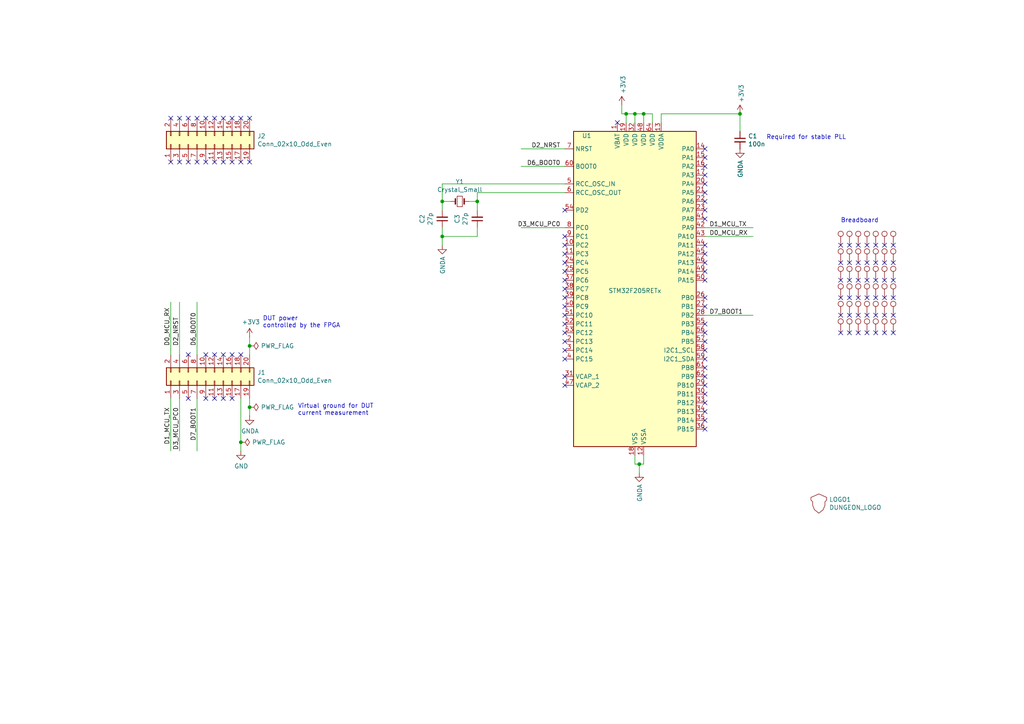
<source format=kicad_sch>
(kicad_sch (version 20250114) (generator "eeschema") (generator_version "9.0")
  (paper "A4")
  (title_block (title "Scaffold STM32F205 daughterboard") (date "2019-07-22") (company "LEDGER SAS") (comment 1 "Under LGPL v3 license"))
  (lib_symbols
    (symbol "Connector:TestPoint" (pin_numbers (hide yes)) (pin_names (offset 0.762) (hide yes))
      (property "Reference" "TP" (at 0 6.858 0))
      (property "Value" "TestPoint" (at 0 5.08 0))
      (symbol "TestPoint_0_1"
        (circle (center 0 3.302) (radius 0.762))
      )
      (symbol "TestPoint_1_1"
        (pin passive line (at 0 0 90) (length 2.54) (name "1") (number "1"))
      )
    )
    (symbol "Connector_Generic:Conn_02x10_Odd_Even" (pin_names (offset 1.016) (hide yes))
      (property "Reference" "J" (at 1.27 12.7 0))
      (property "Value" "Conn_02x10_Odd_Even" (at 1.27 -15.24 0))
      (symbol "Conn_02x10_Odd_Even_1_1"
        (rectangle (start -1.27 11.43) (end 3.81 -13.97) (stroke (width 0.254)) (fill (type background)))
        (rectangle (start -1.27 10.287) (end 0 10.033) (stroke (width 0.1524)))
        (rectangle (start -1.27 7.747) (end 0 7.493) (stroke (width 0.1524)))
        (rectangle (start -1.27 5.207) (end 0 4.953) (stroke (width 0.1524)))
        (rectangle (start -1.27 2.667) (end 0 2.413) (stroke (width 0.1524)))
        (rectangle (start -1.27 0.127) (end 0 -0.127) (stroke (width 0.1524)))
        (rectangle (start -1.27 -2.413) (end 0 -2.667) (stroke (width 0.1524)))
        (rectangle (start -1.27 -4.953) (end 0 -5.207) (stroke (width 0.1524)))
        (rectangle (start -1.27 -7.493) (end 0 -7.747) (stroke (width 0.1524)))
        (rectangle (start -1.27 -10.033) (end 0 -10.287) (stroke (width 0.1524)))
        (rectangle (start -1.27 -12.573) (end 0 -12.827) (stroke (width 0.1524)))
        (rectangle (start 3.81 10.287) (end 2.54 10.033) (stroke (width 0.1524)))
        (rectangle (start 3.81 7.747) (end 2.54 7.493) (stroke (width 0.1524)))
        (rectangle (start 3.81 5.207) (end 2.54 4.953) (stroke (width 0.1524)))
        (rectangle (start 3.81 2.667) (end 2.54 2.413) (stroke (width 0.1524)))
        (rectangle (start 3.81 0.127) (end 2.54 -0.127) (stroke (width 0.1524)))
        (rectangle (start 3.81 -2.413) (end 2.54 -2.667) (stroke (width 0.1524)))
        (rectangle (start 3.81 -4.953) (end 2.54 -5.207) (stroke (width 0.1524)))
        (rectangle (start 3.81 -7.493) (end 2.54 -7.747) (stroke (width 0.1524)))
        (rectangle (start 3.81 -10.033) (end 2.54 -10.287) (stroke (width 0.1524)))
        (rectangle (start 3.81 -12.573) (end 2.54 -12.827) (stroke (width 0.1524)))
        (pin passive line (at -5.08 10.16 0) (length 3.81) (name "Pin_1") (number "1"))
        (pin passive line (at -5.08 7.62 0) (length 3.81) (name "Pin_3") (number "3"))
        (pin passive line (at -5.08 5.08 0) (length 3.81) (name "Pin_5") (number "5"))
        (pin passive line (at -5.08 2.54 0) (length 3.81) (name "Pin_7") (number "7"))
        (pin passive line (at -5.08 0 0) (length 3.81) (name "Pin_9") (number "9"))
        (pin passive line (at -5.08 -2.54 0) (length 3.81) (name "Pin_11") (number "11"))
        (pin passive line (at -5.08 -5.08 0) (length 3.81) (name "Pin_13") (number "13"))
        (pin passive line (at -5.08 -7.62 0) (length 3.81) (name "Pin_15") (number "15"))
        (pin passive line (at -5.08 -10.16 0) (length 3.81) (name "Pin_17") (number "17"))
        (pin passive line (at -5.08 -12.7 0) (length 3.81) (name "Pin_19") (number "19"))
        (pin passive line (at 7.62 10.16 180) (length 3.81) (name "Pin_2") (number "2"))
        (pin passive line (at 7.62 7.62 180) (length 3.81) (name "Pin_4") (number "4"))
        (pin passive line (at 7.62 5.08 180) (length 3.81) (name "Pin_6") (number "6"))
        (pin passive line (at 7.62 2.54 180) (length 3.81) (name "Pin_8") (number "8"))
        (pin passive line (at 7.62 0 180) (length 3.81) (name "Pin_10") (number "10"))
        (pin passive line (at 7.62 -2.54 180) (length 3.81) (name "Pin_12") (number "12"))
        (pin passive line (at 7.62 -5.08 180) (length 3.81) (name "Pin_14") (number "14"))
        (pin passive line (at 7.62 -7.62 180) (length 3.81) (name "Pin_16") (number "16"))
        (pin passive line (at 7.62 -10.16 180) (length 3.81) (name "Pin_18") (number "18"))
        (pin passive line (at 7.62 -12.7 180) (length 3.81) (name "Pin_20") (number "20"))
      )
    )
    (symbol "Device:C_Small" (pin_numbers (hide yes)) (pin_names (offset 0.254) (hide yes))
      (property "Reference" "C" (at 0.254 1.778 0))
      (property "Value" "C_Small" (at 0.254 -2.032 0))
      (symbol "C_Small_0_1"
        (polyline (pts (xy -1.524 0.508) (xy 1.524 0.508)) (stroke (width 0.3048)))
        (polyline (pts (xy -1.524 -0.508) (xy 1.524 -0.508)) (stroke (width 0.3302)))
      )
      (symbol "C_Small_1_1"
        (pin passive line (at 0 2.54 270) (length 2.032) (name "~") (number "1"))
        (pin passive line (at 0 -2.54 90) (length 2.032) (name "~") (number "2"))
      )
    )
    (symbol "Device:Crystal_Small" (pin_numbers (hide yes)) (pin_names (offset 1.016) (hide yes))
      (property "Reference" "Y" (at 0 2.54 0))
      (property "Value" "Crystal_Small" (at 0 -2.54 0))
      (symbol "Crystal_Small_0_1"
        (polyline (pts (xy -1.27 -0.762) (xy -1.27 0.762)) (stroke (width 0.381)))
        (rectangle (start -0.762 -1.524) (end 0.762 1.524))
        (polyline (pts (xy 1.27 -0.762) (xy 1.27 0.762)) (stroke (width 0.381)))
      )
      (symbol "Crystal_Small_1_1"
        (pin passive line (at -2.54 0 0) (length 1.27) (name "1") (number "1"))
        (pin passive line (at 2.54 0 180) (length 1.27) (name "2") (number "2"))
      )
    )
    (symbol "MCU_ST_STM32F2:STM32F205RETx"
      (property "Reference" "U" (at -17.78 46.99 0))
      (property "Value" "STM32F205RETx" (at 10.16 46.99 0))
      (symbol "STM32F205RETx_0_1"
        (rectangle (start -17.78 -45.72) (end 17.78 45.72) (stroke (width 0.254)) (fill (type background)))
      )
      (symbol "STM32F205RETx_1_1"
        (pin input line (at -20.32 40.64 0) (length 2.54) (name "NRST") (number "7"))
        (pin input line (at -20.32 35.56 0) (length 2.54) (name "BOOT0") (number "60"))
        (pin bidirectional line (at -20.32 30.48 0) (length 2.54) (name "PH0") (number "5") (alternate "RCC_OSC_IN" bidirectional line))
        (pin bidirectional line (at -20.32 27.94 0) (length 2.54) (name "PH1") (number "6") (alternate "RCC_OSC_OUT" bidirectional line))
        (pin bidirectional line (at -20.32 22.86 0) (length 2.54) (name "PD2") (number "54"))
        (pin bidirectional line (at -20.32 17.78 0) (length 2.54) (name "PC0") (number "8"))
        (pin bidirectional line (at -20.32 15.24 0) (length 2.54) (name "PC1") (number "9"))
        (pin bidirectional line (at -20.32 12.7 0) (length 2.54) (name "PC2") (number "10"))
        (pin bidirectional line (at -20.32 10.16 0) (length 2.54) (name "PC3") (number "11"))
        (pin bidirectional line (at -20.32 7.62 0) (length 2.54) (name "PC4") (number "24"))
        (pin bidirectional line (at -20.32 5.08 0) (length 2.54) (name "PC5") (number "25"))
        (pin bidirectional line (at -20.32 2.54 0) (length 2.54) (name "PC6") (number "37"))
        (pin bidirectional line (at -20.32 0 0) (length 2.54) (name "PC7") (number "38"))
        (pin bidirectional line (at -20.32 -2.54 0) (length 2.54) (name "PC8") (number "39"))
        (pin bidirectional line (at -20.32 -5.08 0) (length 2.54) (name "PC9") (number "40"))
        (pin bidirectional line (at -20.32 -7.62 0) (length 2.54) (name "PC10") (number "51"))
        (pin bidirectional line (at -20.32 -10.16 0) (length 2.54) (name "PC11") (number "52"))
        (pin bidirectional line (at -20.32 -12.7 0) (length 2.54) (name "PC12") (number "53"))
        (pin bidirectional line (at -20.32 -15.24 0) (length 2.54) (name "PC13") (number "2"))
        (pin bidirectional line (at -20.32 -17.78 0) (length 2.54) (name "PC14") (number "3"))
        (pin bidirectional line (at -20.32 -20.32 0) (length 2.54) (name "PC15") (number "4"))
        (pin power_out line (at -20.32 -25.4 0) (length 2.54) (name "VCAP_1") (number "31"))
        (pin power_out line (at -20.32 -27.94 0) (length 2.54) (name "VCAP_2") (number "47"))
        (pin power_in line (at -5.08 48.26 270) (length 2.54) (name "VBAT") (number "1"))
        (pin power_in line (at -2.54 48.26 270) (length 2.54) (name "VDD") (number "19"))
        (pin power_in line (at 0 48.26 270) (length 2.54) (name "VDD") (number "32"))
        (pin power_in line (at 0 -48.26 90) (length 2.54) (name "VSS") (number "18"))
        (pin passive line (at 0 -48.26 90) (length 2.54) (hide yes) (name "VSS") (number "63"))
        (pin power_in line (at 2.54 48.26 270) (length 2.54) (name "VDD") (number "48"))
        (pin power_in line (at 2.54 -48.26 90) (length 2.54) (name "VSSA") (number "12"))
        (pin power_in line (at 5.08 48.26 270) (length 2.54) (name "VDD") (number "64"))
        (pin power_in line (at 7.62 48.26 270) (length 2.54) (name "VDDA") (number "13"))
        (pin bidirectional line (at 20.32 40.64 180) (length 2.54) (name "PA0") (number "14"))
        (pin bidirectional line (at 20.32 38.1 180) (length 2.54) (name "PA1") (number "15"))
        (pin bidirectional line (at 20.32 35.56 180) (length 2.54) (name "PA2") (number "16"))
        (pin bidirectional line (at 20.32 33.02 180) (length 2.54) (name "PA3") (number "17"))
        (pin bidirectional line (at 20.32 30.48 180) (length 2.54) (name "PA4") (number "20"))
        (pin bidirectional line (at 20.32 27.94 180) (length 2.54) (name "PA5") (number "21"))
        (pin bidirectional line (at 20.32 25.4 180) (length 2.54) (name "PA6") (number "22"))
        (pin bidirectional line (at 20.32 22.86 180) (length 2.54) (name "PA7") (number "23"))
        (pin bidirectional line (at 20.32 20.32 180) (length 2.54) (name "PA8") (number "41"))
        (pin bidirectional line (at 20.32 17.78 180) (length 2.54) (name "PA9") (number "42"))
        (pin bidirectional line (at 20.32 15.24 180) (length 2.54) (name "PA10") (number "43"))
        (pin bidirectional line (at 20.32 12.7 180) (length 2.54) (name "PA11") (number "44"))
        (pin bidirectional line (at 20.32 10.16 180) (length 2.54) (name "PA12") (number "45"))
        (pin bidirectional line (at 20.32 7.62 180) (length 2.54) (name "PA13") (number "46"))
        (pin bidirectional line (at 20.32 5.08 180) (length 2.54) (name "PA14") (number "49"))
        (pin bidirectional line (at 20.32 2.54 180) (length 2.54) (name "PA15") (number "50"))
        (pin bidirectional line (at 20.32 -2.54 180) (length 2.54) (name "PB0") (number "26"))
        (pin bidirectional line (at 20.32 -5.08 180) (length 2.54) (name "PB1") (number "27"))
        (pin bidirectional line (at 20.32 -7.62 180) (length 2.54) (name "PB2") (number "28"))
        (pin bidirectional line (at 20.32 -10.16 180) (length 2.54) (name "PB3") (number "55"))
        (pin bidirectional line (at 20.32 -12.7 180) (length 2.54) (name "PB4") (number "56"))
        (pin bidirectional line (at 20.32 -15.24 180) (length 2.54) (name "PB5") (number "57"))
        (pin bidirectional line (at 20.32 -17.78 180) (length 2.54) (name "PB6") (number "58") (alternate "I2C1_SCL" bidirectional line))
        (pin bidirectional line (at 20.32 -20.32 180) (length 2.54) (name "PB7") (number "59") (alternate "I2C1_SDA" bidirectional line))
        (pin bidirectional line (at 20.32 -22.86 180) (length 2.54) (name "PB8") (number "61") (alternate "I2C1_SCL" bidirectional line))
        (pin bidirectional line (at 20.32 -25.4 180) (length 2.54) (name "PB9") (number "62") (alternate "I2C1_SDA" bidirectional line))
        (pin bidirectional line (at 20.32 -27.94 180) (length 2.54) (name "PB10") (number "29"))
        (pin bidirectional line (at 20.32 -30.48 180) (length 2.54) (name "PB11") (number "30"))
        (pin bidirectional line (at 20.32 -33.02 180) (length 2.54) (name "PB12") (number "33"))
        (pin bidirectional line (at 20.32 -35.56 180) (length 2.54) (name "PB13") (number "34"))
        (pin bidirectional line (at 20.32 -38.1 180) (length 2.54) (name "PB14") (number "35"))
        (pin bidirectional line (at 20.32 -40.64 180) (length 2.54) (name "PB15") (number "36"))
      )
    )
    (symbol "mylib:DUNGEON_LOGO" (pin_names (offset 1.016))
      (property "Reference" "LOGO" (at 0 0 0))
      (property "Value" "mylib_DUNGEON_LOGO" (at 0 0 0))
      (symbol "DUNGEON_LOGO_0_1"
        (polyline (pts (xy 0 2.794) (xy 2.286 1.778) (xy 2.286 1.016) (xy 1.778 0.508) (xy 1.778 -0.508) (xy 1.27 -1.778) (xy 0 -2.794) (xy -1.27 -1.778) (xy -1.778 -0.508) (xy -1.778 0.508) (xy -2.286 1.016) (xy -2.286 1.778) (xy 0 2.794)))
      )
    )
    (symbol "power:+3V3" (power) (pin_numbers (hide yes)) (pin_names (offset 0) (hide yes))
      (property "Value" "+3V3" (at 0 3.556 0))
      (symbol "+3V3_0_1"
        (polyline (pts (xy -0.762 1.27) (xy 0 2.54)))
        (polyline (pts (xy 0 2.54) (xy 0.762 1.27)))
        (polyline (pts (xy 0 0) (xy 0 2.54)))
      )
      (symbol "+3V3_1_1"
        (pin power_in line (at 0 0 90) (length 0) (name "~") (number "1"))
      )
    )
    (symbol "power:GND" (power) (pin_numbers (hide yes)) (pin_names (offset 0) (hide yes))
      (property "Value" "GND" (at 0 -3.81 0))
      (symbol "GND_0_1"
        (polyline (pts (xy 0 0) (xy 0 -1.27) (xy 1.27 -1.27) (xy 0 -2.54) (xy -1.27 -1.27) (xy 0 -1.27)))
      )
      (symbol "GND_1_1"
        (pin power_in line (at 0 0 270) (length 0) (name "~") (number "1"))
      )
    )
    (symbol "power:GNDA" (power) (pin_numbers (hide yes)) (pin_names (offset 0) (hide yes))
      (property "Value" "GNDA" (at 0 -3.81 0))
      (symbol "GNDA_0_1"
        (polyline (pts (xy 0 0) (xy 0 -1.27) (xy 1.27 -1.27) (xy 0 -2.54) (xy -1.27 -1.27) (xy 0 -1.27)))
      )
      (symbol "GNDA_1_1"
        (pin power_in line (at 0 0 270) (length 0) (name "~") (number "1"))
      )
    )
    (symbol "power:PWR_FLAG" (power) (pin_numbers (hide yes)) (pin_names (offset 0) (hide yes))
      (property "Value" "PWR_FLAG" (at 0 3.81 0))
      (symbol "PWR_FLAG_0_0"
        (pin power_out line (at 0 0 90) (length 0) (name "~") (number "1"))
      )
      (symbol "PWR_FLAG_0_1"
        (polyline (pts (xy 0 0) (xy 0 1.27) (xy -1.016 1.905) (xy 0 2.54) (xy 1.016 1.905) (xy 0 1.27)))
      )
    )
  )
  (text "Breadboard" (at 243.84 64.77 0) (effects (font (size 1.27 1.27)) (justify left bottom)))
  (text "Virtual ground for DUT\ncurrent measurement" (at 86.36 120.65 0) (effects (font (size 1.27 1.27)) (justify left bottom)))
  (text "Required for stable PLL" (at 222.25 40.64 0) (effects (font (size 1.27 1.27)) (justify left bottom)))
  (text "DUT power\ncontrolled by the FPGA" (at 76.2 95.25 0) (effects (font (size 1.27 1.27)) (justify left bottom)))
  (junction (at 185.42 134.62))
  (junction (at 128.27 58.42))
  (junction (at 128.27 68.58))
  (junction (at 214.63 33.02))
  (junction (at 181.61 33.02))
  (junction (at 72.39 118.11))
  (junction (at 186.69 33.02))
  (junction (at 184.15 33.02))
  (junction (at 138.43 58.42))
  (junction (at 72.39 100.33))
  (junction (at 69.85 128.27))
  (no_connect (at 57.15 34.29))
  (no_connect (at 204.47 109.22))
  (no_connect (at 204.47 81.28))
  (no_connect (at 256.54 86.36))
  (no_connect (at 69.85 102.87))
  (no_connect (at 69.85 34.29))
  (no_connect (at 62.23 102.87))
  (no_connect (at 163.83 109.22))
  (no_connect (at 204.47 93.98))
  (no_connect (at 251.46 76.2))
  (no_connect (at 254 71.12))
  (no_connect (at 204.47 55.88))
  (no_connect (at 163.83 73.66))
  (no_connect (at 204.47 50.8))
  (no_connect (at 256.54 76.2))
  (no_connect (at 54.61 46.99))
  (no_connect (at 246.38 96.52))
  (no_connect (at 163.83 88.9))
  (no_connect (at 246.38 81.28))
  (no_connect (at 204.47 124.46))
  (no_connect (at 204.47 96.52))
  (no_connect (at 59.69 34.29))
  (no_connect (at 163.83 91.44))
  (no_connect (at 67.31 34.29))
  (no_connect (at 256.54 91.44))
  (no_connect (at 72.39 34.29))
  (no_connect (at 204.47 73.66))
  (no_connect (at 248.92 96.52))
  (no_connect (at 62.23 46.99))
  (no_connect (at 204.47 104.14))
  (no_connect (at 49.53 34.29))
  (no_connect (at 67.31 46.99))
  (no_connect (at 243.84 71.12))
  (no_connect (at 52.07 46.99))
  (no_connect (at 64.77 34.29))
  (no_connect (at 204.47 71.12))
  (no_connect (at 251.46 86.36))
  (no_connect (at 243.84 86.36))
  (no_connect (at 204.47 119.38))
  (no_connect (at 64.77 102.87))
  (no_connect (at 204.47 60.96))
  (no_connect (at 243.84 76.2))
  (no_connect (at 243.84 96.52))
  (no_connect (at 72.39 46.99))
  (no_connect (at 57.15 46.99))
  (no_connect (at 259.08 86.36))
  (no_connect (at 251.46 71.12))
  (no_connect (at 69.85 46.99))
  (no_connect (at 204.47 121.92))
  (no_connect (at 64.77 115.57))
  (no_connect (at 246.38 86.36))
  (no_connect (at 49.53 46.99))
  (no_connect (at 54.61 115.57))
  (no_connect (at 163.83 71.12))
  (no_connect (at 54.61 34.29))
  (no_connect (at 163.83 68.58))
  (no_connect (at 204.47 76.2))
  (no_connect (at 163.83 111.76))
  (no_connect (at 163.83 96.52))
  (no_connect (at 67.31 102.87))
  (no_connect (at 54.61 102.87))
  (no_connect (at 248.92 91.44))
  (no_connect (at 163.83 86.36))
  (no_connect (at 204.47 63.5))
  (no_connect (at 163.83 60.96))
  (no_connect (at 259.08 91.44))
  (no_connect (at 204.47 45.72))
  (no_connect (at 256.54 81.28))
  (no_connect (at 259.08 71.12))
  (no_connect (at 204.47 111.76))
  (no_connect (at 204.47 78.74))
  (no_connect (at 59.69 115.57))
  (no_connect (at 251.46 96.52))
  (no_connect (at 163.83 93.98))
  (no_connect (at 163.83 76.2))
  (no_connect (at 204.47 106.68))
  (no_connect (at 243.84 81.28))
  (no_connect (at 246.38 91.44))
  (no_connect (at 59.69 46.99))
  (no_connect (at 256.54 96.52))
  (no_connect (at 62.23 34.29))
  (no_connect (at 163.83 78.74))
  (no_connect (at 204.47 43.18))
  (no_connect (at 254 76.2))
  (no_connect (at 246.38 76.2))
  (no_connect (at 204.47 86.36))
  (no_connect (at 204.47 99.06))
  (no_connect (at 251.46 91.44))
  (no_connect (at 248.92 81.28))
  (no_connect (at 251.46 81.28))
  (no_connect (at 246.38 71.12))
  (no_connect (at 259.08 96.52))
  (no_connect (at 179.07 35.56))
  (no_connect (at 62.23 115.57))
  (no_connect (at 259.08 76.2))
  (no_connect (at 64.77 46.99))
  (no_connect (at 59.69 102.87))
  (no_connect (at 204.47 88.9))
  (no_connect (at 254 96.52))
  (no_connect (at 248.92 71.12))
  (no_connect (at 163.83 99.06))
  (no_connect (at 163.83 81.28))
  (no_connect (at 204.47 48.26))
  (no_connect (at 163.83 101.6))
  (no_connect (at 204.47 114.3))
  (no_connect (at 248.92 76.2))
  (no_connect (at 204.47 53.34))
  (no_connect (at 204.47 116.84))
  (no_connect (at 204.47 101.6))
  (no_connect (at 52.07 34.29))
  (no_connect (at 248.92 86.36))
  (no_connect (at 67.31 115.57))
  (no_connect (at 163.83 104.14))
  (no_connect (at 204.47 58.42))
  (no_connect (at 243.84 91.44))
  (no_connect (at 259.08 81.28))
  (no_connect (at 254 86.36))
  (no_connect (at 254 91.44))
  (no_connect (at 256.54 71.12))
  (no_connect (at 254 81.28))
  (no_connect (at 163.83 83.82))
  (wire (pts (xy 181.61 33.02) (xy 180.34 33.02)))
  (wire (pts (xy 138.43 68.58) (xy 128.27 68.58)))
  (wire (pts (xy 204.47 68.58) (xy 218.44 68.58)))
  (wire (pts (xy 180.34 33.02) (xy 180.34 30.48)))
  (wire (pts (xy 181.61 33.02) (xy 181.61 35.56)))
  (wire (pts (xy 185.42 134.62) (xy 185.42 137.16)))
  (wire (pts (xy 186.69 35.56) (xy 186.69 33.02)))
  (wire (pts (xy 138.43 58.42) (xy 135.89 58.42)))
  (wire (pts (xy 184.15 33.02) (xy 186.69 33.02)))
  (wire (pts (xy 151.13 43.18) (xy 163.83 43.18)))
  (wire (pts (xy 72.39 118.11) (xy 72.39 120.65)))
  (wire (pts (xy 52.07 102.87) (xy 52.07 87.63)))
  (wire (pts (xy 184.15 35.56) (xy 184.15 33.02)))
  (wire (pts (xy 181.61 33.02) (xy 184.15 33.02)))
  (wire (pts (xy 128.27 66.04) (xy 128.27 68.58)))
  (wire (pts (xy 128.27 58.42) (xy 130.81 58.42)))
  (wire (pts (xy 138.43 55.88) (xy 138.43 58.42)))
  (wire (pts (xy 69.85 130.81) (xy 69.85 128.27)))
  (wire (pts (xy 72.39 100.33) (xy 72.39 102.87)))
  (wire (pts (xy 204.47 66.04) (xy 218.44 66.04)))
  (wire (pts (xy 151.13 66.04) (xy 163.83 66.04)))
  (wire (pts (xy 214.63 33.02) (xy 214.63 38.1)))
  (wire (pts (xy 52.07 115.57) (xy 52.07 130.81)))
  (wire (pts (xy 191.77 33.02) (xy 214.63 33.02)))
  (wire (pts (xy 57.15 102.87) (xy 57.15 87.63)))
  (wire (pts (xy 128.27 68.58) (xy 128.27 71.12)))
  (wire (pts (xy 128.27 53.34) (xy 163.83 53.34)))
  (wire (pts (xy 72.39 115.57) (xy 72.39 118.11)))
  (wire (pts (xy 69.85 128.27) (xy 69.85 115.57)))
  (wire (pts (xy 189.23 33.02) (xy 186.69 33.02)))
  (wire (pts (xy 57.15 115.57) (xy 57.15 130.81)))
  (wire (pts (xy 186.69 134.62) (xy 185.42 134.62)))
  (wire (pts (xy 204.47 91.44) (xy 218.44 91.44)))
  (wire (pts (xy 138.43 66.04) (xy 138.43 68.58)))
  (wire (pts (xy 151.13 48.26) (xy 163.83 48.26)))
  (wire (pts (xy 49.53 115.57) (xy 49.53 130.81)))
  (wire (pts (xy 138.43 60.96) (xy 138.43 58.42)))
  (wire (pts (xy 191.77 33.02) (xy 191.77 35.56)))
  (wire (pts (xy 128.27 60.96) (xy 128.27 58.42)))
  (wire (pts (xy 186.69 134.62) (xy 186.69 132.08)))
  (wire (pts (xy 189.23 33.02) (xy 189.23 35.56)))
  (wire (pts (xy 184.15 134.62) (xy 185.42 134.62)))
  (wire (pts (xy 138.43 55.88) (xy 163.83 55.88)))
  (wire (pts (xy 49.53 102.87) (xy 49.53 87.63)))
  (wire (pts (xy 72.39 97.79) (xy 72.39 100.33)))
  (wire (pts (xy 184.15 132.08) (xy 184.15 134.62)))
  (wire (pts (xy 128.27 53.34) (xy 128.27 58.42)))
  (label "D3_MCU_PC0" (at 52.07 118.11 270))
  (label "D7_BOOT1" (at 57.15 118.11 270))
  (label "D1_MCU_TX" (at 49.53 118.11 270))
  (label "D0_MCU_RX" (at 49.53 100.33 90))
  (label "D2_NRST" (at 52.07 100.33 90))
  (label "D0_MCU_RX" (at 205.74 68.58 0))
  (label "D3_MCU_PC0" (at 162.56 66.04 180))
  (label "D7_BOOT1" (at 205.74 91.44 0))
  (label "D6_BOOT0" (at 162.56 48.26 180))
  (label "D6_BOOT0" (at 57.15 100.33 90))
  (label "D1_MCU_TX" (at 205.74 66.04 0))
  (label "D2_NRST" (at 162.56 43.18 180))
  (symbol (lib_id "MCU_ST_STM32F2:STM32F205RETx") (at 184.15 83.82 0) (unit 1)
    (property "Reference" "U1" (at 170.18 39.37 0))
    (property "Value" "STM32F205RETx" (at 184.15 84.328 0))
    (property "Footprint" "mykicadlibs:ALLSOCKET-QFP64" (effects (hide yes)))
    (property "Datasheet" "http://www.st.com/st-web-ui/static/active/en/resource/technical/document/datasheet/CD00237391.pdf" (effects (hide yes)))
    (pin "58" (alternate "I2C1_SCL"))
    (pin "59" (alternate "I2C1_SDA"))
    (pin "5" (alternate "RCC_OSC_IN"))
    (pin "6" (alternate "RCC_OSC_OUT"))
  )
  (symbol (lib_id "power:+3V3") (at 180.34 30.48 0) (unit 1)
    (property "Reference" "#PWR0107" (effects (hide yes)))
    (property "Value" "+3V3" (at 180.721 27.2288 90) (effects (justify left)))
  )
  (symbol (lib_id "power:GNDA") (at 185.42 137.16 0) (unit 1)
    (property "Reference" "#PWR0108" (effects (hide yes)))
    (property "Value" "GNDA" (at 185.547 140.3858 90) (effects (justify right)))
  )
  (symbol (lib_id "power:+3V3") (at 214.63 33.02 0) (unit 1)
    (property "Reference" "#PWR0109" (effects (hide yes)))
    (property "Value" "+3V3" (at 215.011 29.7688 90) (effects (justify left)))
  )
  (symbol (lib_id "Device:C_Small") (at 214.63 40.64 0) (unit 1)
    (property "Reference" "C1" (at 216.9668 39.4716 0) (effects (justify left)))
    (property "Value" "100n" (at 216.9668 41.783 0) (effects (justify left)))
    (property "Footprint" "Capacitor_SMD:C_0805_2012Metric" (effects (hide yes)))
  )
  (symbol (lib_id "power:GNDA") (at 214.63 43.18 0) (unit 1)
    (property "Reference" "#PWR0110" (effects (hide yes)))
    (property "Value" "GNDA" (at 214.757 46.4058 90) (effects (justify right)))
  )
  (symbol (lib_id "Device:Crystal_Small") (at 133.35 58.42 0) (unit 1)
    (property "Reference" "Y1" (at 133.35 52.705 0))
    (property "Value" "Crystal_Small" (at 133.35 55.0164 0))
    (property "Footprint" "Crystal:Crystal_HC18-U_Vertical" (effects (hide yes)))
  )
  (symbol (lib_id "Device:C_Small") (at 128.27 63.5 180) (unit 1)
    (property "Reference" "C2" (at 122.4534 63.5 90))
    (property "Value" "27p" (at 124.7648 63.5 90))
    (property "Footprint" "Capacitor_SMD:C_0805_2012Metric" (effects (hide yes)))
  )
  (symbol (lib_id "Device:C_Small") (at 138.43 63.5 180) (unit 1)
    (property "Reference" "C3" (at 132.6134 63.5 90))
    (property "Value" "27p" (at 134.9248 63.5 90))
    (property "Footprint" "Capacitor_SMD:C_0805_2012Metric" (effects (hide yes)))
  )
  (symbol (lib_id "power:GNDA") (at 128.27 71.12 0) (unit 1)
    (property "Reference" "#PWR0111" (effects (hide yes)))
    (property "Value" "GNDA" (at 128.397 74.3458 90) (effects (justify right)))
  )
  (symbol (lib_id "mylib:DUNGEON_LOGO") (at 237.49 146.05 0) (unit 1)
    (property "Reference" "LOGO1" (at 240.4872 144.8816 0) (effects (justify left)))
    (property "Value" "DUNGEON_LOGO" (at 240.4872 147.193 0) (effects (justify left)))
    (property "Footprint" "mykicadlibs:donjon-2000" (effects (hide yes)))
  )
  (symbol (lib_id "Connector_Generic:Conn_02x10_Odd_Even") (at 59.69 110.49 90) (unit 1)
    (property "Reference" "J1" (at 74.6252 108.0516 90) (effects (justify right)))
    (property "Value" "Conn_02x10_Odd_Even" (at 74.6252 110.363 90) (effects (justify right)))
    (property "Footprint" "Connector_PinSocket_2.54mm:PinSocket_2x10_P2.54mm_Vertical" (effects (hide yes)))
  )
  (symbol (lib_id "Connector_Generic:Conn_02x10_Odd_Even") (at 59.69 41.91 90) (unit 1)
    (property "Reference" "J2" (at 74.6252 39.4716 90) (effects (justify right)))
    (property "Value" "Conn_02x10_Odd_Even" (at 74.6252 41.783 90) (effects (justify right)))
    (property "Footprint" "Connector_PinSocket_2.54mm:PinSocket_2x10_P2.54mm_Vertical" (effects (hide yes)))
  )
  (symbol (lib_id "power:+3V3") (at 72.39 97.79 0) (unit 1)
    (property "Reference" "#PWR0101" (effects (hide yes)))
    (property "Value" "+3V3" (at 72.771 93.3958 0))
  )
  (symbol (lib_id "power:GNDA") (at 72.39 120.65 0) (unit 1)
    (property "Reference" "#PWR0102" (effects (hide yes)))
    (property "Value" "GNDA" (at 72.517 125.0442 0))
  )
  (symbol (lib_id "power:GND") (at 69.85 130.81 0) (unit 1)
    (property "Reference" "#PWR0103" (effects (hide yes)))
    (property "Value" "GND" (at 69.977 135.2042 0))
  )
  (symbol (lib_id "Connector:TestPoint") (at 243.84 71.12 0) (unit 1)
    (property "Reference" "TP1" (effects (hide yes)))
    (property "Value" "TestPoint" (effects (hide yes)))
    (property "Footprint" "mykicadlibs:TEST_BREADBOARD_RECTANGULAR" (effects (hide yes)))
  )
  (symbol (lib_id "Connector:TestPoint") (at 246.38 71.12 0) (unit 1)
    (property "Reference" "TP7" (effects (hide yes)))
    (property "Value" "TestPoint" (effects (hide yes)))
    (property "Footprint" "mykicadlibs:TEST_BREADBOARD_RECTANGULAR" (effects (hide yes)))
  )
  (symbol (lib_id "Connector:TestPoint") (at 248.92 71.12 0) (unit 1)
    (property "Reference" "TP13" (effects (hide yes)))
    (property "Value" "TestPoint" (effects (hide yes)))
    (property "Footprint" "mykicadlibs:TEST_BREADBOARD_RECTANGULAR" (effects (hide yes)))
  )
  (symbol (lib_id "Connector:TestPoint") (at 251.46 71.12 0) (unit 1)
    (property "Reference" "TP19" (effects (hide yes)))
    (property "Value" "TestPoint" (effects (hide yes)))
    (property "Footprint" "mykicadlibs:TEST_BREADBOARD_RECTANGULAR" (effects (hide yes)))
  )
  (symbol (lib_id "Connector:TestPoint") (at 254 71.12 0) (unit 1)
    (property "Reference" "TP25" (effects (hide yes)))
    (property "Value" "TestPoint" (effects (hide yes)))
    (property "Footprint" "mykicadlibs:TEST_BREADBOARD_RECTANGULAR" (effects (hide yes)))
  )
  (symbol (lib_id "Connector:TestPoint") (at 256.54 71.12 0) (unit 1)
    (property "Reference" "TP31" (effects (hide yes)))
    (property "Value" "TestPoint" (effects (hide yes)))
    (property "Footprint" "mykicadlibs:TEST_BREADBOARD_RECTANGULAR" (effects (hide yes)))
  )
  (symbol (lib_id "Connector:TestPoint") (at 259.08 71.12 0) (unit 1)
    (property "Reference" "TP37" (effects (hide yes)))
    (property "Value" "TestPoint" (effects (hide yes)))
    (property "Footprint" "mykicadlibs:TEST_BREADBOARD_RECTANGULAR" (effects (hide yes)))
  )
  (symbol (lib_id "Connector:TestPoint") (at 243.84 76.2 0) (unit 1)
    (property "Reference" "TP2" (effects (hide yes)))
    (property "Value" "TestPoint" (effects (hide yes)))
    (property "Footprint" "mykicadlibs:TEST_BREADBOARD_RECTANGULAR" (effects (hide yes)))
  )
  (symbol (lib_id "Connector:TestPoint") (at 246.38 76.2 0) (unit 1)
    (property "Reference" "TP8" (effects (hide yes)))
    (property "Value" "TestPoint" (effects (hide yes)))
    (property "Footprint" "mykicadlibs:TEST_BREADBOARD_RECTANGULAR" (effects (hide yes)))
  )
  (symbol (lib_id "Connector:TestPoint") (at 248.92 76.2 0) (unit 1)
    (property "Reference" "TP14" (effects (hide yes)))
    (property "Value" "TestPoint" (effects (hide yes)))
    (property "Footprint" "mykicadlibs:TEST_BREADBOARD_RECTANGULAR" (effects (hide yes)))
  )
  (symbol (lib_id "Connector:TestPoint") (at 251.46 76.2 0) (unit 1)
    (property "Reference" "TP20" (effects (hide yes)))
    (property "Value" "TestPoint" (effects (hide yes)))
    (property "Footprint" "mykicadlibs:TEST_BREADBOARD_RECTANGULAR" (effects (hide yes)))
  )
  (symbol (lib_id "Connector:TestPoint") (at 254 76.2 0) (unit 1)
    (property "Reference" "TP26" (effects (hide yes)))
    (property "Value" "TestPoint" (effects (hide yes)))
    (property "Footprint" "mykicadlibs:TEST_BREADBOARD_RECTANGULAR" (effects (hide yes)))
  )
  (symbol (lib_id "Connector:TestPoint") (at 256.54 76.2 0) (unit 1)
    (property "Reference" "TP32" (effects (hide yes)))
    (property "Value" "TestPoint" (effects (hide yes)))
    (property "Footprint" "mykicadlibs:TEST_BREADBOARD_RECTANGULAR" (effects (hide yes)))
  )
  (symbol (lib_id "Connector:TestPoint") (at 259.08 76.2 0) (unit 1)
    (property "Reference" "TP38" (effects (hide yes)))
    (property "Value" "TestPoint" (effects (hide yes)))
    (property "Footprint" "mykicadlibs:TEST_BREADBOARD_RECTANGULAR" (effects (hide yes)))
  )
  (symbol (lib_id "Connector:TestPoint") (at 243.84 81.28 0) (unit 1)
    (property "Reference" "TP3" (effects (hide yes)))
    (property "Value" "TestPoint" (effects (hide yes)))
    (property "Footprint" "mykicadlibs:TEST_BREADBOARD_RECTANGULAR" (effects (hide yes)))
  )
  (symbol (lib_id "Connector:TestPoint") (at 246.38 81.28 0) (unit 1)
    (property "Reference" "TP9" (effects (hide yes)))
    (property "Value" "TestPoint" (effects (hide yes)))
    (property "Footprint" "mykicadlibs:TEST_BREADBOARD_RECTANGULAR" (effects (hide yes)))
  )
  (symbol (lib_id "Connector:TestPoint") (at 248.92 81.28 0) (unit 1)
    (property "Reference" "TP15" (effects (hide yes)))
    (property "Value" "TestPoint" (effects (hide yes)))
    (property "Footprint" "mykicadlibs:TEST_BREADBOARD_RECTANGULAR" (effects (hide yes)))
  )
  (symbol (lib_id "Connector:TestPoint") (at 251.46 81.28 0) (unit 1)
    (property "Reference" "TP21" (effects (hide yes)))
    (property "Value" "TestPoint" (effects (hide yes)))
    (property "Footprint" "mykicadlibs:TEST_BREADBOARD_RECTANGULAR" (effects (hide yes)))
  )
  (symbol (lib_id "Connector:TestPoint") (at 254 81.28 0) (unit 1)
    (property "Reference" "TP27" (effects (hide yes)))
    (property "Value" "TestPoint" (effects (hide yes)))
    (property "Footprint" "mykicadlibs:TEST_BREADBOARD_RECTANGULAR" (effects (hide yes)))
  )
  (symbol (lib_id "Connector:TestPoint") (at 256.54 81.28 0) (unit 1)
    (property "Reference" "TP33" (effects (hide yes)))
    (property "Value" "TestPoint" (effects (hide yes)))
    (property "Footprint" "mykicadlibs:TEST_BREADBOARD_RECTANGULAR" (effects (hide yes)))
  )
  (symbol (lib_id "Connector:TestPoint") (at 259.08 81.28 0) (unit 1)
    (property "Reference" "TP39" (effects (hide yes)))
    (property "Value" "TestPoint" (effects (hide yes)))
    (property "Footprint" "mykicadlibs:TEST_BREADBOARD_RECTANGULAR" (effects (hide yes)))
  )
  (symbol (lib_id "Connector:TestPoint") (at 243.84 86.36 0) (unit 1)
    (property "Reference" "TP4" (effects (hide yes)))
    (property "Value" "TestPoint" (effects (hide yes)))
    (property "Footprint" "mykicadlibs:TEST_BREADBOARD_RECTANGULAR" (effects (hide yes)))
  )
  (symbol (lib_id "Connector:TestPoint") (at 246.38 86.36 0) (unit 1)
    (property "Reference" "TP10" (effects (hide yes)))
    (property "Value" "TestPoint" (effects (hide yes)))
    (property "Footprint" "mykicadlibs:TEST_BREADBOARD_RECTANGULAR" (effects (hide yes)))
  )
  (symbol (lib_id "Connector:TestPoint") (at 248.92 86.36 0) (unit 1)
    (property "Reference" "TP16" (effects (hide yes)))
    (property "Value" "TestPoint" (effects (hide yes)))
    (property "Footprint" "mykicadlibs:TEST_BREADBOARD_RECTANGULAR" (effects (hide yes)))
  )
  (symbol (lib_id "Connector:TestPoint") (at 251.46 86.36 0) (unit 1)
    (property "Reference" "TP22" (effects (hide yes)))
    (property "Value" "TestPoint" (effects (hide yes)))
    (property "Footprint" "mykicadlibs:TEST_BREADBOARD_RECTANGULAR" (effects (hide yes)))
  )
  (symbol (lib_id "Connector:TestPoint") (at 254 86.36 0) (unit 1)
    (property "Reference" "TP28" (effects (hide yes)))
    (property "Value" "TestPoint" (effects (hide yes)))
    (property "Footprint" "mykicadlibs:TEST_BREADBOARD_RECTANGULAR" (effects (hide yes)))
  )
  (symbol (lib_id "Connector:TestPoint") (at 256.54 86.36 0) (unit 1)
    (property "Reference" "TP34" (effects (hide yes)))
    (property "Value" "TestPoint" (effects (hide yes)))
    (property "Footprint" "mykicadlibs:TEST_BREADBOARD_RECTANGULAR" (effects (hide yes)))
  )
  (symbol (lib_id "Connector:TestPoint") (at 259.08 86.36 0) (unit 1)
    (property "Reference" "TP40" (effects (hide yes)))
    (property "Value" "TestPoint" (effects (hide yes)))
    (property "Footprint" "mykicadlibs:TEST_BREADBOARD_RECTANGULAR" (effects (hide yes)))
  )
  (symbol (lib_id "Connector:TestPoint") (at 243.84 91.44 0) (unit 1)
    (property "Reference" "TP5" (effects (hide yes)))
    (property "Value" "TestPoint" (effects (hide yes)))
    (property "Footprint" "mykicadlibs:TEST_BREADBOARD_RECTANGULAR" (effects (hide yes)))
  )
  (symbol (lib_id "Connector:TestPoint") (at 246.38 91.44 0) (unit 1)
    (property "Reference" "TP11" (effects (hide yes)))
    (property "Value" "TestPoint" (effects (hide yes)))
    (property "Footprint" "mykicadlibs:TEST_BREADBOARD_RECTANGULAR" (effects (hide yes)))
  )
  (symbol (lib_id "Connector:TestPoint") (at 248.92 91.44 0) (unit 1)
    (property "Reference" "TP17" (effects (hide yes)))
    (property "Value" "TestPoint" (effects (hide yes)))
    (property "Footprint" "mykicadlibs:TEST_BREADBOARD_RECTANGULAR" (effects (hide yes)))
  )
  (symbol (lib_id "Connector:TestPoint") (at 251.46 91.44 0) (unit 1)
    (property "Reference" "TP23" (effects (hide yes)))
    (property "Value" "TestPoint" (effects (hide yes)))
    (property "Footprint" "mykicadlibs:TEST_BREADBOARD_RECTANGULAR" (effects (hide yes)))
  )
  (symbol (lib_id "Connector:TestPoint") (at 254 91.44 0) (unit 1)
    (property "Reference" "TP29" (effects (hide yes)))
    (property "Value" "TestPoint" (effects (hide yes)))
    (property "Footprint" "mykicadlibs:TEST_BREADBOARD_RECTANGULAR" (effects (hide yes)))
  )
  (symbol (lib_id "Connector:TestPoint") (at 256.54 91.44 0) (unit 1)
    (property "Reference" "TP35" (effects (hide yes)))
    (property "Value" "TestPoint" (effects (hide yes)))
    (property "Footprint" "mykicadlibs:TEST_BREADBOARD_RECTANGULAR" (effects (hide yes)))
  )
  (symbol (lib_id "Connector:TestPoint") (at 259.08 91.44 0) (unit 1)
    (property "Reference" "TP41" (effects (hide yes)))
    (property "Value" "TestPoint" (effects (hide yes)))
    (property "Footprint" "mykicadlibs:TEST_BREADBOARD_RECTANGULAR" (effects (hide yes)))
  )
  (symbol (lib_id "Connector:TestPoint") (at 243.84 96.52 0) (unit 1)
    (property "Reference" "TP6" (effects (hide yes)))
    (property "Value" "TestPoint" (effects (hide yes)))
    (property "Footprint" "mykicadlibs:TEST_BREADBOARD_RECTANGULAR" (effects (hide yes)))
  )
  (symbol (lib_id "Connector:TestPoint") (at 246.38 96.52 0) (unit 1)
    (property "Reference" "TP12" (effects (hide yes)))
    (property "Value" "TestPoint" (effects (hide yes)))
    (property "Footprint" "mykicadlibs:TEST_BREADBOARD_RECTANGULAR" (effects (hide yes)))
  )
  (symbol (lib_id "Connector:TestPoint") (at 248.92 96.52 0) (unit 1)
    (property "Reference" "TP18" (effects (hide yes)))
    (property "Value" "TestPoint" (effects (hide yes)))
    (property "Footprint" "mykicadlibs:TEST_BREADBOARD_RECTANGULAR" (effects (hide yes)))
  )
  (symbol (lib_id "Connector:TestPoint") (at 251.46 96.52 0) (unit 1)
    (property "Reference" "TP24" (effects (hide yes)))
    (property "Value" "TestPoint" (effects (hide yes)))
    (property "Footprint" "mykicadlibs:TEST_BREADBOARD_RECTANGULAR" (effects (hide yes)))
  )
  (symbol (lib_id "Connector:TestPoint") (at 254 96.52 0) (unit 1)
    (property "Reference" "TP30" (effects (hide yes)))
    (property "Value" "TestPoint" (effects (hide yes)))
    (property "Footprint" "mykicadlibs:TEST_BREADBOARD_RECTANGULAR" (effects (hide yes)))
  )
  (symbol (lib_id "Connector:TestPoint") (at 256.54 96.52 0) (unit 1)
    (property "Reference" "TP36" (effects (hide yes)))
    (property "Value" "TestPoint" (effects (hide yes)))
    (property "Footprint" "mykicadlibs:TEST_BREADBOARD_RECTANGULAR" (effects (hide yes)))
  )
  (symbol (lib_id "Connector:TestPoint") (at 259.08 96.52 0) (unit 1)
    (property "Reference" "TP42" (effects (hide yes)))
    (property "Value" "TestPoint" (effects (hide yes)))
    (property "Footprint" "mykicadlibs:TEST_BREADBOARD_RECTANGULAR" (effects (hide yes)))
  )
  (symbol (lib_id "power:PWR_FLAG") (at 72.39 118.11 270) (unit 1)
    (property "Reference" "#FLG0101" (effects (hide yes)))
    (property "Value" "PWR_FLAG" (at 75.6412 118.11 90) (effects (justify left)))
  )
  (symbol (lib_id "power:PWR_FLAG") (at 72.39 100.33 270) (unit 1)
    (property "Reference" "#FLG0102" (effects (hide yes)))
    (property "Value" "PWR_FLAG" (at 75.6412 100.33 90) (effects (justify left)))
  )
  (symbol (lib_id "power:PWR_FLAG") (at 69.85 128.27 270) (unit 1)
    (property "Reference" "#FLG0103" (effects (hide yes)))
    (property "Value" "PWR_FLAG" (at 73.1012 128.27 90) (effects (justify left)))
  )
)
</source>
